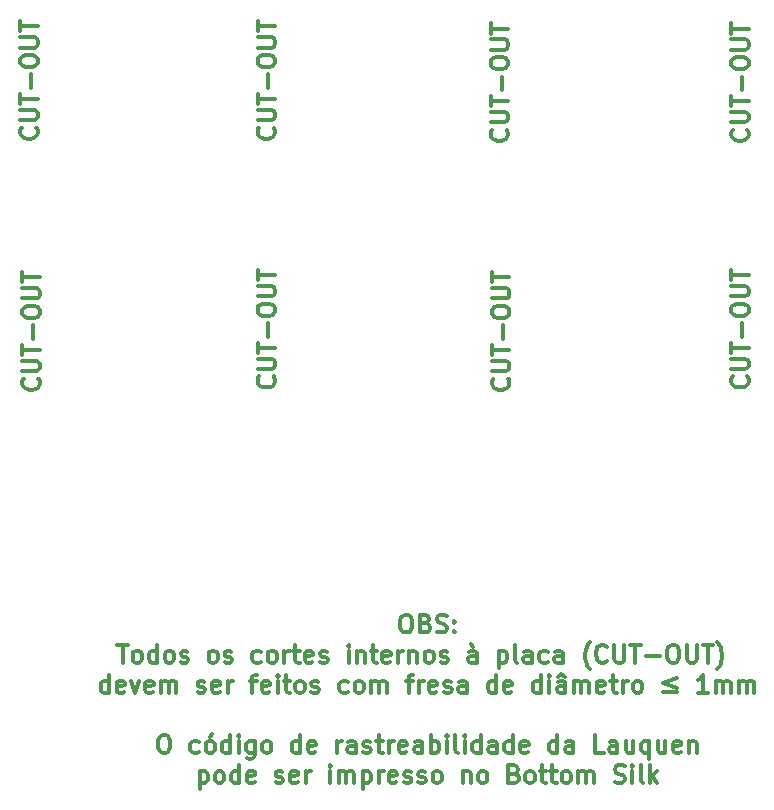
<source format=gbr>
G04 #@! TF.FileFunction,Legend,Bot*
%FSLAX46Y46*%
G04 Gerber Fmt 4.6, Leading zero omitted, Abs format (unit mm)*
G04 Created by KiCad (PCBNEW 4.0.4+e1-6308~48~ubuntu15.10.1-stable) date Thu Jan 25 11:02:50 2018*
%MOMM*%
%LPD*%
G01*
G04 APERTURE LIST*
%ADD10C,0.100000*%
%ADD11C,0.300000*%
G04 APERTURE END LIST*
D10*
D11*
X198329954Y-123349411D02*
X198615668Y-123349411D01*
X198758526Y-123420840D01*
X198901383Y-123563697D01*
X198972811Y-123849411D01*
X198972811Y-124349411D01*
X198901383Y-124635126D01*
X198758526Y-124777983D01*
X198615668Y-124849411D01*
X198329954Y-124849411D01*
X198187097Y-124777983D01*
X198044240Y-124635126D01*
X197972811Y-124349411D01*
X197972811Y-123849411D01*
X198044240Y-123563697D01*
X198187097Y-123420840D01*
X198329954Y-123349411D01*
X200115669Y-124063697D02*
X200329955Y-124135126D01*
X200401383Y-124206554D01*
X200472812Y-124349411D01*
X200472812Y-124563697D01*
X200401383Y-124706554D01*
X200329955Y-124777983D01*
X200187097Y-124849411D01*
X199615669Y-124849411D01*
X199615669Y-123349411D01*
X200115669Y-123349411D01*
X200258526Y-123420840D01*
X200329955Y-123492269D01*
X200401383Y-123635126D01*
X200401383Y-123777983D01*
X200329955Y-123920840D01*
X200258526Y-123992269D01*
X200115669Y-124063697D01*
X199615669Y-124063697D01*
X201044240Y-124777983D02*
X201258526Y-124849411D01*
X201615669Y-124849411D01*
X201758526Y-124777983D01*
X201829955Y-124706554D01*
X201901383Y-124563697D01*
X201901383Y-124420840D01*
X201829955Y-124277983D01*
X201758526Y-124206554D01*
X201615669Y-124135126D01*
X201329955Y-124063697D01*
X201187097Y-123992269D01*
X201115669Y-123920840D01*
X201044240Y-123777983D01*
X201044240Y-123635126D01*
X201115669Y-123492269D01*
X201187097Y-123420840D01*
X201329955Y-123349411D01*
X201687097Y-123349411D01*
X201901383Y-123420840D01*
X202544240Y-124706554D02*
X202615668Y-124777983D01*
X202544240Y-124849411D01*
X202472811Y-124777983D01*
X202544240Y-124706554D01*
X202544240Y-124849411D01*
X202544240Y-123920840D02*
X202615668Y-123992269D01*
X202544240Y-124063697D01*
X202472811Y-123992269D01*
X202544240Y-123920840D01*
X202544240Y-124063697D01*
X174008525Y-125899411D02*
X174865668Y-125899411D01*
X174437097Y-127399411D02*
X174437097Y-125899411D01*
X175579954Y-127399411D02*
X175437096Y-127327983D01*
X175365668Y-127256554D01*
X175294239Y-127113697D01*
X175294239Y-126685126D01*
X175365668Y-126542269D01*
X175437096Y-126470840D01*
X175579954Y-126399411D01*
X175794239Y-126399411D01*
X175937096Y-126470840D01*
X176008525Y-126542269D01*
X176079954Y-126685126D01*
X176079954Y-127113697D01*
X176008525Y-127256554D01*
X175937096Y-127327983D01*
X175794239Y-127399411D01*
X175579954Y-127399411D01*
X177365668Y-127399411D02*
X177365668Y-125899411D01*
X177365668Y-127327983D02*
X177222811Y-127399411D01*
X176937097Y-127399411D01*
X176794239Y-127327983D01*
X176722811Y-127256554D01*
X176651382Y-127113697D01*
X176651382Y-126685126D01*
X176722811Y-126542269D01*
X176794239Y-126470840D01*
X176937097Y-126399411D01*
X177222811Y-126399411D01*
X177365668Y-126470840D01*
X178294240Y-127399411D02*
X178151382Y-127327983D01*
X178079954Y-127256554D01*
X178008525Y-127113697D01*
X178008525Y-126685126D01*
X178079954Y-126542269D01*
X178151382Y-126470840D01*
X178294240Y-126399411D01*
X178508525Y-126399411D01*
X178651382Y-126470840D01*
X178722811Y-126542269D01*
X178794240Y-126685126D01*
X178794240Y-127113697D01*
X178722811Y-127256554D01*
X178651382Y-127327983D01*
X178508525Y-127399411D01*
X178294240Y-127399411D01*
X179365668Y-127327983D02*
X179508525Y-127399411D01*
X179794240Y-127399411D01*
X179937097Y-127327983D01*
X180008525Y-127185126D01*
X180008525Y-127113697D01*
X179937097Y-126970840D01*
X179794240Y-126899411D01*
X179579954Y-126899411D01*
X179437097Y-126827983D01*
X179365668Y-126685126D01*
X179365668Y-126613697D01*
X179437097Y-126470840D01*
X179579954Y-126399411D01*
X179794240Y-126399411D01*
X179937097Y-126470840D01*
X182008526Y-127399411D02*
X181865668Y-127327983D01*
X181794240Y-127256554D01*
X181722811Y-127113697D01*
X181722811Y-126685126D01*
X181794240Y-126542269D01*
X181865668Y-126470840D01*
X182008526Y-126399411D01*
X182222811Y-126399411D01*
X182365668Y-126470840D01*
X182437097Y-126542269D01*
X182508526Y-126685126D01*
X182508526Y-127113697D01*
X182437097Y-127256554D01*
X182365668Y-127327983D01*
X182222811Y-127399411D01*
X182008526Y-127399411D01*
X183079954Y-127327983D02*
X183222811Y-127399411D01*
X183508526Y-127399411D01*
X183651383Y-127327983D01*
X183722811Y-127185126D01*
X183722811Y-127113697D01*
X183651383Y-126970840D01*
X183508526Y-126899411D01*
X183294240Y-126899411D01*
X183151383Y-126827983D01*
X183079954Y-126685126D01*
X183079954Y-126613697D01*
X183151383Y-126470840D01*
X183294240Y-126399411D01*
X183508526Y-126399411D01*
X183651383Y-126470840D01*
X186151383Y-127327983D02*
X186008526Y-127399411D01*
X185722812Y-127399411D01*
X185579954Y-127327983D01*
X185508526Y-127256554D01*
X185437097Y-127113697D01*
X185437097Y-126685126D01*
X185508526Y-126542269D01*
X185579954Y-126470840D01*
X185722812Y-126399411D01*
X186008526Y-126399411D01*
X186151383Y-126470840D01*
X187008526Y-127399411D02*
X186865668Y-127327983D01*
X186794240Y-127256554D01*
X186722811Y-127113697D01*
X186722811Y-126685126D01*
X186794240Y-126542269D01*
X186865668Y-126470840D01*
X187008526Y-126399411D01*
X187222811Y-126399411D01*
X187365668Y-126470840D01*
X187437097Y-126542269D01*
X187508526Y-126685126D01*
X187508526Y-127113697D01*
X187437097Y-127256554D01*
X187365668Y-127327983D01*
X187222811Y-127399411D01*
X187008526Y-127399411D01*
X188151383Y-127399411D02*
X188151383Y-126399411D01*
X188151383Y-126685126D02*
X188222811Y-126542269D01*
X188294240Y-126470840D01*
X188437097Y-126399411D01*
X188579954Y-126399411D01*
X188865668Y-126399411D02*
X189437097Y-126399411D01*
X189079954Y-125899411D02*
X189079954Y-127185126D01*
X189151382Y-127327983D01*
X189294240Y-127399411D01*
X189437097Y-127399411D01*
X190508525Y-127327983D02*
X190365668Y-127399411D01*
X190079954Y-127399411D01*
X189937097Y-127327983D01*
X189865668Y-127185126D01*
X189865668Y-126613697D01*
X189937097Y-126470840D01*
X190079954Y-126399411D01*
X190365668Y-126399411D01*
X190508525Y-126470840D01*
X190579954Y-126613697D01*
X190579954Y-126756554D01*
X189865668Y-126899411D01*
X191151382Y-127327983D02*
X191294239Y-127399411D01*
X191579954Y-127399411D01*
X191722811Y-127327983D01*
X191794239Y-127185126D01*
X191794239Y-127113697D01*
X191722811Y-126970840D01*
X191579954Y-126899411D01*
X191365668Y-126899411D01*
X191222811Y-126827983D01*
X191151382Y-126685126D01*
X191151382Y-126613697D01*
X191222811Y-126470840D01*
X191365668Y-126399411D01*
X191579954Y-126399411D01*
X191722811Y-126470840D01*
X193579954Y-127399411D02*
X193579954Y-126399411D01*
X193579954Y-125899411D02*
X193508525Y-125970840D01*
X193579954Y-126042269D01*
X193651382Y-125970840D01*
X193579954Y-125899411D01*
X193579954Y-126042269D01*
X194294240Y-126399411D02*
X194294240Y-127399411D01*
X194294240Y-126542269D02*
X194365668Y-126470840D01*
X194508526Y-126399411D01*
X194722811Y-126399411D01*
X194865668Y-126470840D01*
X194937097Y-126613697D01*
X194937097Y-127399411D01*
X195437097Y-126399411D02*
X196008526Y-126399411D01*
X195651383Y-125899411D02*
X195651383Y-127185126D01*
X195722811Y-127327983D01*
X195865669Y-127399411D01*
X196008526Y-127399411D01*
X197079954Y-127327983D02*
X196937097Y-127399411D01*
X196651383Y-127399411D01*
X196508526Y-127327983D01*
X196437097Y-127185126D01*
X196437097Y-126613697D01*
X196508526Y-126470840D01*
X196651383Y-126399411D01*
X196937097Y-126399411D01*
X197079954Y-126470840D01*
X197151383Y-126613697D01*
X197151383Y-126756554D01*
X196437097Y-126899411D01*
X197794240Y-127399411D02*
X197794240Y-126399411D01*
X197794240Y-126685126D02*
X197865668Y-126542269D01*
X197937097Y-126470840D01*
X198079954Y-126399411D01*
X198222811Y-126399411D01*
X198722811Y-126399411D02*
X198722811Y-127399411D01*
X198722811Y-126542269D02*
X198794239Y-126470840D01*
X198937097Y-126399411D01*
X199151382Y-126399411D01*
X199294239Y-126470840D01*
X199365668Y-126613697D01*
X199365668Y-127399411D01*
X200294240Y-127399411D02*
X200151382Y-127327983D01*
X200079954Y-127256554D01*
X200008525Y-127113697D01*
X200008525Y-126685126D01*
X200079954Y-126542269D01*
X200151382Y-126470840D01*
X200294240Y-126399411D01*
X200508525Y-126399411D01*
X200651382Y-126470840D01*
X200722811Y-126542269D01*
X200794240Y-126685126D01*
X200794240Y-127113697D01*
X200722811Y-127256554D01*
X200651382Y-127327983D01*
X200508525Y-127399411D01*
X200294240Y-127399411D01*
X201365668Y-127327983D02*
X201508525Y-127399411D01*
X201794240Y-127399411D01*
X201937097Y-127327983D01*
X202008525Y-127185126D01*
X202008525Y-127113697D01*
X201937097Y-126970840D01*
X201794240Y-126899411D01*
X201579954Y-126899411D01*
X201437097Y-126827983D01*
X201365668Y-126685126D01*
X201365668Y-126613697D01*
X201437097Y-126470840D01*
X201579954Y-126399411D01*
X201794240Y-126399411D01*
X201937097Y-126470840D01*
X204437097Y-127399411D02*
X204437097Y-126613697D01*
X204365668Y-126470840D01*
X204222811Y-126399411D01*
X203937097Y-126399411D01*
X203794240Y-126470840D01*
X204437097Y-127327983D02*
X204294240Y-127399411D01*
X203937097Y-127399411D01*
X203794240Y-127327983D01*
X203722811Y-127185126D01*
X203722811Y-127042269D01*
X203794240Y-126899411D01*
X203937097Y-126827983D01*
X204294240Y-126827983D01*
X204437097Y-126756554D01*
X203937097Y-125827983D02*
X204151383Y-126042269D01*
X206294240Y-126399411D02*
X206294240Y-127899411D01*
X206294240Y-126470840D02*
X206437097Y-126399411D01*
X206722811Y-126399411D01*
X206865668Y-126470840D01*
X206937097Y-126542269D01*
X207008526Y-126685126D01*
X207008526Y-127113697D01*
X206937097Y-127256554D01*
X206865668Y-127327983D01*
X206722811Y-127399411D01*
X206437097Y-127399411D01*
X206294240Y-127327983D01*
X207865669Y-127399411D02*
X207722811Y-127327983D01*
X207651383Y-127185126D01*
X207651383Y-125899411D01*
X209079954Y-127399411D02*
X209079954Y-126613697D01*
X209008525Y-126470840D01*
X208865668Y-126399411D01*
X208579954Y-126399411D01*
X208437097Y-126470840D01*
X209079954Y-127327983D02*
X208937097Y-127399411D01*
X208579954Y-127399411D01*
X208437097Y-127327983D01*
X208365668Y-127185126D01*
X208365668Y-127042269D01*
X208437097Y-126899411D01*
X208579954Y-126827983D01*
X208937097Y-126827983D01*
X209079954Y-126756554D01*
X210437097Y-127327983D02*
X210294240Y-127399411D01*
X210008526Y-127399411D01*
X209865668Y-127327983D01*
X209794240Y-127256554D01*
X209722811Y-127113697D01*
X209722811Y-126685126D01*
X209794240Y-126542269D01*
X209865668Y-126470840D01*
X210008526Y-126399411D01*
X210294240Y-126399411D01*
X210437097Y-126470840D01*
X211722811Y-127399411D02*
X211722811Y-126613697D01*
X211651382Y-126470840D01*
X211508525Y-126399411D01*
X211222811Y-126399411D01*
X211079954Y-126470840D01*
X211722811Y-127327983D02*
X211579954Y-127399411D01*
X211222811Y-127399411D01*
X211079954Y-127327983D01*
X211008525Y-127185126D01*
X211008525Y-127042269D01*
X211079954Y-126899411D01*
X211222811Y-126827983D01*
X211579954Y-126827983D01*
X211722811Y-126756554D01*
X214008525Y-127970840D02*
X213937097Y-127899411D01*
X213794240Y-127685126D01*
X213722811Y-127542269D01*
X213651382Y-127327983D01*
X213579954Y-126970840D01*
X213579954Y-126685126D01*
X213651382Y-126327983D01*
X213722811Y-126113697D01*
X213794240Y-125970840D01*
X213937097Y-125756554D01*
X214008525Y-125685126D01*
X215437097Y-127256554D02*
X215365668Y-127327983D01*
X215151382Y-127399411D01*
X215008525Y-127399411D01*
X214794240Y-127327983D01*
X214651382Y-127185126D01*
X214579954Y-127042269D01*
X214508525Y-126756554D01*
X214508525Y-126542269D01*
X214579954Y-126256554D01*
X214651382Y-126113697D01*
X214794240Y-125970840D01*
X215008525Y-125899411D01*
X215151382Y-125899411D01*
X215365668Y-125970840D01*
X215437097Y-126042269D01*
X216079954Y-125899411D02*
X216079954Y-127113697D01*
X216151382Y-127256554D01*
X216222811Y-127327983D01*
X216365668Y-127399411D01*
X216651382Y-127399411D01*
X216794240Y-127327983D01*
X216865668Y-127256554D01*
X216937097Y-127113697D01*
X216937097Y-125899411D01*
X217437097Y-125899411D02*
X218294240Y-125899411D01*
X217865669Y-127399411D02*
X217865669Y-125899411D01*
X218794240Y-126827983D02*
X219937097Y-126827983D01*
X220937097Y-125899411D02*
X221222811Y-125899411D01*
X221365669Y-125970840D01*
X221508526Y-126113697D01*
X221579954Y-126399411D01*
X221579954Y-126899411D01*
X221508526Y-127185126D01*
X221365669Y-127327983D01*
X221222811Y-127399411D01*
X220937097Y-127399411D01*
X220794240Y-127327983D01*
X220651383Y-127185126D01*
X220579954Y-126899411D01*
X220579954Y-126399411D01*
X220651383Y-126113697D01*
X220794240Y-125970840D01*
X220937097Y-125899411D01*
X222222812Y-125899411D02*
X222222812Y-127113697D01*
X222294240Y-127256554D01*
X222365669Y-127327983D01*
X222508526Y-127399411D01*
X222794240Y-127399411D01*
X222937098Y-127327983D01*
X223008526Y-127256554D01*
X223079955Y-127113697D01*
X223079955Y-125899411D01*
X223579955Y-125899411D02*
X224437098Y-125899411D01*
X224008527Y-127399411D02*
X224008527Y-125899411D01*
X224794241Y-127970840D02*
X224865669Y-127899411D01*
X225008526Y-127685126D01*
X225079955Y-127542269D01*
X225151384Y-127327983D01*
X225222812Y-126970840D01*
X225222812Y-126685126D01*
X225151384Y-126327983D01*
X225079955Y-126113697D01*
X225008526Y-125970840D01*
X224865669Y-125756554D01*
X224794241Y-125685126D01*
X173294241Y-129949411D02*
X173294241Y-128449411D01*
X173294241Y-129877983D02*
X173151384Y-129949411D01*
X172865670Y-129949411D01*
X172722812Y-129877983D01*
X172651384Y-129806554D01*
X172579955Y-129663697D01*
X172579955Y-129235126D01*
X172651384Y-129092269D01*
X172722812Y-129020840D01*
X172865670Y-128949411D01*
X173151384Y-128949411D01*
X173294241Y-129020840D01*
X174579955Y-129877983D02*
X174437098Y-129949411D01*
X174151384Y-129949411D01*
X174008527Y-129877983D01*
X173937098Y-129735126D01*
X173937098Y-129163697D01*
X174008527Y-129020840D01*
X174151384Y-128949411D01*
X174437098Y-128949411D01*
X174579955Y-129020840D01*
X174651384Y-129163697D01*
X174651384Y-129306554D01*
X173937098Y-129449411D01*
X175151384Y-128949411D02*
X175508527Y-129949411D01*
X175865669Y-128949411D01*
X177008526Y-129877983D02*
X176865669Y-129949411D01*
X176579955Y-129949411D01*
X176437098Y-129877983D01*
X176365669Y-129735126D01*
X176365669Y-129163697D01*
X176437098Y-129020840D01*
X176579955Y-128949411D01*
X176865669Y-128949411D01*
X177008526Y-129020840D01*
X177079955Y-129163697D01*
X177079955Y-129306554D01*
X176365669Y-129449411D01*
X177722812Y-129949411D02*
X177722812Y-128949411D01*
X177722812Y-129092269D02*
X177794240Y-129020840D01*
X177937098Y-128949411D01*
X178151383Y-128949411D01*
X178294240Y-129020840D01*
X178365669Y-129163697D01*
X178365669Y-129949411D01*
X178365669Y-129163697D02*
X178437098Y-129020840D01*
X178579955Y-128949411D01*
X178794240Y-128949411D01*
X178937098Y-129020840D01*
X179008526Y-129163697D01*
X179008526Y-129949411D01*
X180794240Y-129877983D02*
X180937097Y-129949411D01*
X181222812Y-129949411D01*
X181365669Y-129877983D01*
X181437097Y-129735126D01*
X181437097Y-129663697D01*
X181365669Y-129520840D01*
X181222812Y-129449411D01*
X181008526Y-129449411D01*
X180865669Y-129377983D01*
X180794240Y-129235126D01*
X180794240Y-129163697D01*
X180865669Y-129020840D01*
X181008526Y-128949411D01*
X181222812Y-128949411D01*
X181365669Y-129020840D01*
X182651383Y-129877983D02*
X182508526Y-129949411D01*
X182222812Y-129949411D01*
X182079955Y-129877983D01*
X182008526Y-129735126D01*
X182008526Y-129163697D01*
X182079955Y-129020840D01*
X182222812Y-128949411D01*
X182508526Y-128949411D01*
X182651383Y-129020840D01*
X182722812Y-129163697D01*
X182722812Y-129306554D01*
X182008526Y-129449411D01*
X183365669Y-129949411D02*
X183365669Y-128949411D01*
X183365669Y-129235126D02*
X183437097Y-129092269D01*
X183508526Y-129020840D01*
X183651383Y-128949411D01*
X183794240Y-128949411D01*
X185222811Y-128949411D02*
X185794240Y-128949411D01*
X185437097Y-129949411D02*
X185437097Y-128663697D01*
X185508525Y-128520840D01*
X185651383Y-128449411D01*
X185794240Y-128449411D01*
X186865668Y-129877983D02*
X186722811Y-129949411D01*
X186437097Y-129949411D01*
X186294240Y-129877983D01*
X186222811Y-129735126D01*
X186222811Y-129163697D01*
X186294240Y-129020840D01*
X186437097Y-128949411D01*
X186722811Y-128949411D01*
X186865668Y-129020840D01*
X186937097Y-129163697D01*
X186937097Y-129306554D01*
X186222811Y-129449411D01*
X187579954Y-129949411D02*
X187579954Y-128949411D01*
X187579954Y-128449411D02*
X187508525Y-128520840D01*
X187579954Y-128592269D01*
X187651382Y-128520840D01*
X187579954Y-128449411D01*
X187579954Y-128592269D01*
X188079954Y-128949411D02*
X188651383Y-128949411D01*
X188294240Y-128449411D02*
X188294240Y-129735126D01*
X188365668Y-129877983D01*
X188508526Y-129949411D01*
X188651383Y-129949411D01*
X189365669Y-129949411D02*
X189222811Y-129877983D01*
X189151383Y-129806554D01*
X189079954Y-129663697D01*
X189079954Y-129235126D01*
X189151383Y-129092269D01*
X189222811Y-129020840D01*
X189365669Y-128949411D01*
X189579954Y-128949411D01*
X189722811Y-129020840D01*
X189794240Y-129092269D01*
X189865669Y-129235126D01*
X189865669Y-129663697D01*
X189794240Y-129806554D01*
X189722811Y-129877983D01*
X189579954Y-129949411D01*
X189365669Y-129949411D01*
X190437097Y-129877983D02*
X190579954Y-129949411D01*
X190865669Y-129949411D01*
X191008526Y-129877983D01*
X191079954Y-129735126D01*
X191079954Y-129663697D01*
X191008526Y-129520840D01*
X190865669Y-129449411D01*
X190651383Y-129449411D01*
X190508526Y-129377983D01*
X190437097Y-129235126D01*
X190437097Y-129163697D01*
X190508526Y-129020840D01*
X190651383Y-128949411D01*
X190865669Y-128949411D01*
X191008526Y-129020840D01*
X193508526Y-129877983D02*
X193365669Y-129949411D01*
X193079955Y-129949411D01*
X192937097Y-129877983D01*
X192865669Y-129806554D01*
X192794240Y-129663697D01*
X192794240Y-129235126D01*
X192865669Y-129092269D01*
X192937097Y-129020840D01*
X193079955Y-128949411D01*
X193365669Y-128949411D01*
X193508526Y-129020840D01*
X194365669Y-129949411D02*
X194222811Y-129877983D01*
X194151383Y-129806554D01*
X194079954Y-129663697D01*
X194079954Y-129235126D01*
X194151383Y-129092269D01*
X194222811Y-129020840D01*
X194365669Y-128949411D01*
X194579954Y-128949411D01*
X194722811Y-129020840D01*
X194794240Y-129092269D01*
X194865669Y-129235126D01*
X194865669Y-129663697D01*
X194794240Y-129806554D01*
X194722811Y-129877983D01*
X194579954Y-129949411D01*
X194365669Y-129949411D01*
X195508526Y-129949411D02*
X195508526Y-128949411D01*
X195508526Y-129092269D02*
X195579954Y-129020840D01*
X195722812Y-128949411D01*
X195937097Y-128949411D01*
X196079954Y-129020840D01*
X196151383Y-129163697D01*
X196151383Y-129949411D01*
X196151383Y-129163697D02*
X196222812Y-129020840D01*
X196365669Y-128949411D01*
X196579954Y-128949411D01*
X196722812Y-129020840D01*
X196794240Y-129163697D01*
X196794240Y-129949411D01*
X198437097Y-128949411D02*
X199008526Y-128949411D01*
X198651383Y-129949411D02*
X198651383Y-128663697D01*
X198722811Y-128520840D01*
X198865669Y-128449411D01*
X199008526Y-128449411D01*
X199508526Y-129949411D02*
X199508526Y-128949411D01*
X199508526Y-129235126D02*
X199579954Y-129092269D01*
X199651383Y-129020840D01*
X199794240Y-128949411D01*
X199937097Y-128949411D01*
X201008525Y-129877983D02*
X200865668Y-129949411D01*
X200579954Y-129949411D01*
X200437097Y-129877983D01*
X200365668Y-129735126D01*
X200365668Y-129163697D01*
X200437097Y-129020840D01*
X200579954Y-128949411D01*
X200865668Y-128949411D01*
X201008525Y-129020840D01*
X201079954Y-129163697D01*
X201079954Y-129306554D01*
X200365668Y-129449411D01*
X201651382Y-129877983D02*
X201794239Y-129949411D01*
X202079954Y-129949411D01*
X202222811Y-129877983D01*
X202294239Y-129735126D01*
X202294239Y-129663697D01*
X202222811Y-129520840D01*
X202079954Y-129449411D01*
X201865668Y-129449411D01*
X201722811Y-129377983D01*
X201651382Y-129235126D01*
X201651382Y-129163697D01*
X201722811Y-129020840D01*
X201865668Y-128949411D01*
X202079954Y-128949411D01*
X202222811Y-129020840D01*
X203579954Y-129949411D02*
X203579954Y-129163697D01*
X203508525Y-129020840D01*
X203365668Y-128949411D01*
X203079954Y-128949411D01*
X202937097Y-129020840D01*
X203579954Y-129877983D02*
X203437097Y-129949411D01*
X203079954Y-129949411D01*
X202937097Y-129877983D01*
X202865668Y-129735126D01*
X202865668Y-129592269D01*
X202937097Y-129449411D01*
X203079954Y-129377983D01*
X203437097Y-129377983D01*
X203579954Y-129306554D01*
X206079954Y-129949411D02*
X206079954Y-128449411D01*
X206079954Y-129877983D02*
X205937097Y-129949411D01*
X205651383Y-129949411D01*
X205508525Y-129877983D01*
X205437097Y-129806554D01*
X205365668Y-129663697D01*
X205365668Y-129235126D01*
X205437097Y-129092269D01*
X205508525Y-129020840D01*
X205651383Y-128949411D01*
X205937097Y-128949411D01*
X206079954Y-129020840D01*
X207365668Y-129877983D02*
X207222811Y-129949411D01*
X206937097Y-129949411D01*
X206794240Y-129877983D01*
X206722811Y-129735126D01*
X206722811Y-129163697D01*
X206794240Y-129020840D01*
X206937097Y-128949411D01*
X207222811Y-128949411D01*
X207365668Y-129020840D01*
X207437097Y-129163697D01*
X207437097Y-129306554D01*
X206722811Y-129449411D01*
X209865668Y-129949411D02*
X209865668Y-128449411D01*
X209865668Y-129877983D02*
X209722811Y-129949411D01*
X209437097Y-129949411D01*
X209294239Y-129877983D01*
X209222811Y-129806554D01*
X209151382Y-129663697D01*
X209151382Y-129235126D01*
X209222811Y-129092269D01*
X209294239Y-129020840D01*
X209437097Y-128949411D01*
X209722811Y-128949411D01*
X209865668Y-129020840D01*
X210579954Y-129949411D02*
X210579954Y-128949411D01*
X210579954Y-128449411D02*
X210508525Y-128520840D01*
X210579954Y-128592269D01*
X210651382Y-128520840D01*
X210579954Y-128449411D01*
X210579954Y-128592269D01*
X211937097Y-129949411D02*
X211937097Y-129163697D01*
X211865668Y-129020840D01*
X211722811Y-128949411D01*
X211437097Y-128949411D01*
X211294240Y-129020840D01*
X211937097Y-129877983D02*
X211794240Y-129949411D01*
X211437097Y-129949411D01*
X211294240Y-129877983D01*
X211222811Y-129735126D01*
X211222811Y-129592269D01*
X211294240Y-129449411D01*
X211437097Y-129377983D01*
X211794240Y-129377983D01*
X211937097Y-129306554D01*
X211294240Y-128592269D02*
X211579954Y-128377983D01*
X211865668Y-128592269D01*
X212651383Y-129949411D02*
X212651383Y-128949411D01*
X212651383Y-129092269D02*
X212722811Y-129020840D01*
X212865669Y-128949411D01*
X213079954Y-128949411D01*
X213222811Y-129020840D01*
X213294240Y-129163697D01*
X213294240Y-129949411D01*
X213294240Y-129163697D02*
X213365669Y-129020840D01*
X213508526Y-128949411D01*
X213722811Y-128949411D01*
X213865669Y-129020840D01*
X213937097Y-129163697D01*
X213937097Y-129949411D01*
X215222811Y-129877983D02*
X215079954Y-129949411D01*
X214794240Y-129949411D01*
X214651383Y-129877983D01*
X214579954Y-129735126D01*
X214579954Y-129163697D01*
X214651383Y-129020840D01*
X214794240Y-128949411D01*
X215079954Y-128949411D01*
X215222811Y-129020840D01*
X215294240Y-129163697D01*
X215294240Y-129306554D01*
X214579954Y-129449411D01*
X215722811Y-128949411D02*
X216294240Y-128949411D01*
X215937097Y-128449411D02*
X215937097Y-129735126D01*
X216008525Y-129877983D01*
X216151383Y-129949411D01*
X216294240Y-129949411D01*
X216794240Y-129949411D02*
X216794240Y-128949411D01*
X216794240Y-129235126D02*
X216865668Y-129092269D01*
X216937097Y-129020840D01*
X217079954Y-128949411D01*
X217222811Y-128949411D01*
X217937097Y-129949411D02*
X217794239Y-129877983D01*
X217722811Y-129806554D01*
X217651382Y-129663697D01*
X217651382Y-129235126D01*
X217722811Y-129092269D01*
X217794239Y-129020840D01*
X217937097Y-128949411D01*
X218151382Y-128949411D01*
X218294239Y-129020840D01*
X218365668Y-129092269D01*
X218437097Y-129235126D01*
X218437097Y-129663697D01*
X218365668Y-129806554D01*
X218294239Y-129877983D01*
X218151382Y-129949411D01*
X217937097Y-129949411D01*
X221365668Y-129877983D02*
X220222811Y-129877983D01*
X221365668Y-129592269D02*
X220222811Y-129163697D01*
X221365668Y-128735126D01*
X224008525Y-129949411D02*
X223151382Y-129949411D01*
X223579954Y-129949411D02*
X223579954Y-128449411D01*
X223437097Y-128663697D01*
X223294239Y-128806554D01*
X223151382Y-128877983D01*
X224651382Y-129949411D02*
X224651382Y-128949411D01*
X224651382Y-129092269D02*
X224722810Y-129020840D01*
X224865668Y-128949411D01*
X225079953Y-128949411D01*
X225222810Y-129020840D01*
X225294239Y-129163697D01*
X225294239Y-129949411D01*
X225294239Y-129163697D02*
X225365668Y-129020840D01*
X225508525Y-128949411D01*
X225722810Y-128949411D01*
X225865668Y-129020840D01*
X225937096Y-129163697D01*
X225937096Y-129949411D01*
X226651382Y-129949411D02*
X226651382Y-128949411D01*
X226651382Y-129092269D02*
X226722810Y-129020840D01*
X226865668Y-128949411D01*
X227079953Y-128949411D01*
X227222810Y-129020840D01*
X227294239Y-129163697D01*
X227294239Y-129949411D01*
X227294239Y-129163697D02*
X227365668Y-129020840D01*
X227508525Y-128949411D01*
X227722810Y-128949411D01*
X227865668Y-129020840D01*
X227937096Y-129163697D01*
X227937096Y-129949411D01*
X177829954Y-133549411D02*
X178115668Y-133549411D01*
X178258526Y-133620840D01*
X178401383Y-133763697D01*
X178472811Y-134049411D01*
X178472811Y-134549411D01*
X178401383Y-134835126D01*
X178258526Y-134977983D01*
X178115668Y-135049411D01*
X177829954Y-135049411D01*
X177687097Y-134977983D01*
X177544240Y-134835126D01*
X177472811Y-134549411D01*
X177472811Y-134049411D01*
X177544240Y-133763697D01*
X177687097Y-133620840D01*
X177829954Y-133549411D01*
X180901383Y-134977983D02*
X180758526Y-135049411D01*
X180472812Y-135049411D01*
X180329954Y-134977983D01*
X180258526Y-134906554D01*
X180187097Y-134763697D01*
X180187097Y-134335126D01*
X180258526Y-134192269D01*
X180329954Y-134120840D01*
X180472812Y-134049411D01*
X180758526Y-134049411D01*
X180901383Y-134120840D01*
X181758526Y-135049411D02*
X181615668Y-134977983D01*
X181544240Y-134906554D01*
X181472811Y-134763697D01*
X181472811Y-134335126D01*
X181544240Y-134192269D01*
X181615668Y-134120840D01*
X181758526Y-134049411D01*
X181972811Y-134049411D01*
X182115668Y-134120840D01*
X182187097Y-134192269D01*
X182258526Y-134335126D01*
X182258526Y-134763697D01*
X182187097Y-134906554D01*
X182115668Y-134977983D01*
X181972811Y-135049411D01*
X181758526Y-135049411D01*
X182044240Y-133477983D02*
X181829954Y-133692269D01*
X183544240Y-135049411D02*
X183544240Y-133549411D01*
X183544240Y-134977983D02*
X183401383Y-135049411D01*
X183115669Y-135049411D01*
X182972811Y-134977983D01*
X182901383Y-134906554D01*
X182829954Y-134763697D01*
X182829954Y-134335126D01*
X182901383Y-134192269D01*
X182972811Y-134120840D01*
X183115669Y-134049411D01*
X183401383Y-134049411D01*
X183544240Y-134120840D01*
X184258526Y-135049411D02*
X184258526Y-134049411D01*
X184258526Y-133549411D02*
X184187097Y-133620840D01*
X184258526Y-133692269D01*
X184329954Y-133620840D01*
X184258526Y-133549411D01*
X184258526Y-133692269D01*
X185615669Y-134049411D02*
X185615669Y-135263697D01*
X185544240Y-135406554D01*
X185472812Y-135477983D01*
X185329955Y-135549411D01*
X185115669Y-135549411D01*
X184972812Y-135477983D01*
X185615669Y-134977983D02*
X185472812Y-135049411D01*
X185187098Y-135049411D01*
X185044240Y-134977983D01*
X184972812Y-134906554D01*
X184901383Y-134763697D01*
X184901383Y-134335126D01*
X184972812Y-134192269D01*
X185044240Y-134120840D01*
X185187098Y-134049411D01*
X185472812Y-134049411D01*
X185615669Y-134120840D01*
X186544241Y-135049411D02*
X186401383Y-134977983D01*
X186329955Y-134906554D01*
X186258526Y-134763697D01*
X186258526Y-134335126D01*
X186329955Y-134192269D01*
X186401383Y-134120840D01*
X186544241Y-134049411D01*
X186758526Y-134049411D01*
X186901383Y-134120840D01*
X186972812Y-134192269D01*
X187044241Y-134335126D01*
X187044241Y-134763697D01*
X186972812Y-134906554D01*
X186901383Y-134977983D01*
X186758526Y-135049411D01*
X186544241Y-135049411D01*
X189472812Y-135049411D02*
X189472812Y-133549411D01*
X189472812Y-134977983D02*
X189329955Y-135049411D01*
X189044241Y-135049411D01*
X188901383Y-134977983D01*
X188829955Y-134906554D01*
X188758526Y-134763697D01*
X188758526Y-134335126D01*
X188829955Y-134192269D01*
X188901383Y-134120840D01*
X189044241Y-134049411D01*
X189329955Y-134049411D01*
X189472812Y-134120840D01*
X190758526Y-134977983D02*
X190615669Y-135049411D01*
X190329955Y-135049411D01*
X190187098Y-134977983D01*
X190115669Y-134835126D01*
X190115669Y-134263697D01*
X190187098Y-134120840D01*
X190329955Y-134049411D01*
X190615669Y-134049411D01*
X190758526Y-134120840D01*
X190829955Y-134263697D01*
X190829955Y-134406554D01*
X190115669Y-134549411D01*
X192615669Y-135049411D02*
X192615669Y-134049411D01*
X192615669Y-134335126D02*
X192687097Y-134192269D01*
X192758526Y-134120840D01*
X192901383Y-134049411D01*
X193044240Y-134049411D01*
X194187097Y-135049411D02*
X194187097Y-134263697D01*
X194115668Y-134120840D01*
X193972811Y-134049411D01*
X193687097Y-134049411D01*
X193544240Y-134120840D01*
X194187097Y-134977983D02*
X194044240Y-135049411D01*
X193687097Y-135049411D01*
X193544240Y-134977983D01*
X193472811Y-134835126D01*
X193472811Y-134692269D01*
X193544240Y-134549411D01*
X193687097Y-134477983D01*
X194044240Y-134477983D01*
X194187097Y-134406554D01*
X194829954Y-134977983D02*
X194972811Y-135049411D01*
X195258526Y-135049411D01*
X195401383Y-134977983D01*
X195472811Y-134835126D01*
X195472811Y-134763697D01*
X195401383Y-134620840D01*
X195258526Y-134549411D01*
X195044240Y-134549411D01*
X194901383Y-134477983D01*
X194829954Y-134335126D01*
X194829954Y-134263697D01*
X194901383Y-134120840D01*
X195044240Y-134049411D01*
X195258526Y-134049411D01*
X195401383Y-134120840D01*
X195901383Y-134049411D02*
X196472812Y-134049411D01*
X196115669Y-133549411D02*
X196115669Y-134835126D01*
X196187097Y-134977983D01*
X196329955Y-135049411D01*
X196472812Y-135049411D01*
X196972812Y-135049411D02*
X196972812Y-134049411D01*
X196972812Y-134335126D02*
X197044240Y-134192269D01*
X197115669Y-134120840D01*
X197258526Y-134049411D01*
X197401383Y-134049411D01*
X198472811Y-134977983D02*
X198329954Y-135049411D01*
X198044240Y-135049411D01*
X197901383Y-134977983D01*
X197829954Y-134835126D01*
X197829954Y-134263697D01*
X197901383Y-134120840D01*
X198044240Y-134049411D01*
X198329954Y-134049411D01*
X198472811Y-134120840D01*
X198544240Y-134263697D01*
X198544240Y-134406554D01*
X197829954Y-134549411D01*
X199829954Y-135049411D02*
X199829954Y-134263697D01*
X199758525Y-134120840D01*
X199615668Y-134049411D01*
X199329954Y-134049411D01*
X199187097Y-134120840D01*
X199829954Y-134977983D02*
X199687097Y-135049411D01*
X199329954Y-135049411D01*
X199187097Y-134977983D01*
X199115668Y-134835126D01*
X199115668Y-134692269D01*
X199187097Y-134549411D01*
X199329954Y-134477983D01*
X199687097Y-134477983D01*
X199829954Y-134406554D01*
X200544240Y-135049411D02*
X200544240Y-133549411D01*
X200544240Y-134120840D02*
X200687097Y-134049411D01*
X200972811Y-134049411D01*
X201115668Y-134120840D01*
X201187097Y-134192269D01*
X201258526Y-134335126D01*
X201258526Y-134763697D01*
X201187097Y-134906554D01*
X201115668Y-134977983D01*
X200972811Y-135049411D01*
X200687097Y-135049411D01*
X200544240Y-134977983D01*
X201901383Y-135049411D02*
X201901383Y-134049411D01*
X201901383Y-133549411D02*
X201829954Y-133620840D01*
X201901383Y-133692269D01*
X201972811Y-133620840D01*
X201901383Y-133549411D01*
X201901383Y-133692269D01*
X202829955Y-135049411D02*
X202687097Y-134977983D01*
X202615669Y-134835126D01*
X202615669Y-133549411D01*
X203401383Y-135049411D02*
X203401383Y-134049411D01*
X203401383Y-133549411D02*
X203329954Y-133620840D01*
X203401383Y-133692269D01*
X203472811Y-133620840D01*
X203401383Y-133549411D01*
X203401383Y-133692269D01*
X204758526Y-135049411D02*
X204758526Y-133549411D01*
X204758526Y-134977983D02*
X204615669Y-135049411D01*
X204329955Y-135049411D01*
X204187097Y-134977983D01*
X204115669Y-134906554D01*
X204044240Y-134763697D01*
X204044240Y-134335126D01*
X204115669Y-134192269D01*
X204187097Y-134120840D01*
X204329955Y-134049411D01*
X204615669Y-134049411D01*
X204758526Y-134120840D01*
X206115669Y-135049411D02*
X206115669Y-134263697D01*
X206044240Y-134120840D01*
X205901383Y-134049411D01*
X205615669Y-134049411D01*
X205472812Y-134120840D01*
X206115669Y-134977983D02*
X205972812Y-135049411D01*
X205615669Y-135049411D01*
X205472812Y-134977983D01*
X205401383Y-134835126D01*
X205401383Y-134692269D01*
X205472812Y-134549411D01*
X205615669Y-134477983D01*
X205972812Y-134477983D01*
X206115669Y-134406554D01*
X207472812Y-135049411D02*
X207472812Y-133549411D01*
X207472812Y-134977983D02*
X207329955Y-135049411D01*
X207044241Y-135049411D01*
X206901383Y-134977983D01*
X206829955Y-134906554D01*
X206758526Y-134763697D01*
X206758526Y-134335126D01*
X206829955Y-134192269D01*
X206901383Y-134120840D01*
X207044241Y-134049411D01*
X207329955Y-134049411D01*
X207472812Y-134120840D01*
X208758526Y-134977983D02*
X208615669Y-135049411D01*
X208329955Y-135049411D01*
X208187098Y-134977983D01*
X208115669Y-134835126D01*
X208115669Y-134263697D01*
X208187098Y-134120840D01*
X208329955Y-134049411D01*
X208615669Y-134049411D01*
X208758526Y-134120840D01*
X208829955Y-134263697D01*
X208829955Y-134406554D01*
X208115669Y-134549411D01*
X211258526Y-135049411D02*
X211258526Y-133549411D01*
X211258526Y-134977983D02*
X211115669Y-135049411D01*
X210829955Y-135049411D01*
X210687097Y-134977983D01*
X210615669Y-134906554D01*
X210544240Y-134763697D01*
X210544240Y-134335126D01*
X210615669Y-134192269D01*
X210687097Y-134120840D01*
X210829955Y-134049411D01*
X211115669Y-134049411D01*
X211258526Y-134120840D01*
X212615669Y-135049411D02*
X212615669Y-134263697D01*
X212544240Y-134120840D01*
X212401383Y-134049411D01*
X212115669Y-134049411D01*
X211972812Y-134120840D01*
X212615669Y-134977983D02*
X212472812Y-135049411D01*
X212115669Y-135049411D01*
X211972812Y-134977983D01*
X211901383Y-134835126D01*
X211901383Y-134692269D01*
X211972812Y-134549411D01*
X212115669Y-134477983D01*
X212472812Y-134477983D01*
X212615669Y-134406554D01*
X215187098Y-135049411D02*
X214472812Y-135049411D01*
X214472812Y-133549411D01*
X216329955Y-135049411D02*
X216329955Y-134263697D01*
X216258526Y-134120840D01*
X216115669Y-134049411D01*
X215829955Y-134049411D01*
X215687098Y-134120840D01*
X216329955Y-134977983D02*
X216187098Y-135049411D01*
X215829955Y-135049411D01*
X215687098Y-134977983D01*
X215615669Y-134835126D01*
X215615669Y-134692269D01*
X215687098Y-134549411D01*
X215829955Y-134477983D01*
X216187098Y-134477983D01*
X216329955Y-134406554D01*
X217687098Y-134049411D02*
X217687098Y-135049411D01*
X217044241Y-134049411D02*
X217044241Y-134835126D01*
X217115669Y-134977983D01*
X217258527Y-135049411D01*
X217472812Y-135049411D01*
X217615669Y-134977983D01*
X217687098Y-134906554D01*
X219044241Y-134049411D02*
X219044241Y-135549411D01*
X219044241Y-134977983D02*
X218901384Y-135049411D01*
X218615670Y-135049411D01*
X218472812Y-134977983D01*
X218401384Y-134906554D01*
X218329955Y-134763697D01*
X218329955Y-134335126D01*
X218401384Y-134192269D01*
X218472812Y-134120840D01*
X218615670Y-134049411D01*
X218901384Y-134049411D01*
X219044241Y-134120840D01*
X220401384Y-134049411D02*
X220401384Y-135049411D01*
X219758527Y-134049411D02*
X219758527Y-134835126D01*
X219829955Y-134977983D01*
X219972813Y-135049411D01*
X220187098Y-135049411D01*
X220329955Y-134977983D01*
X220401384Y-134906554D01*
X221687098Y-134977983D02*
X221544241Y-135049411D01*
X221258527Y-135049411D01*
X221115670Y-134977983D01*
X221044241Y-134835126D01*
X221044241Y-134263697D01*
X221115670Y-134120840D01*
X221258527Y-134049411D01*
X221544241Y-134049411D01*
X221687098Y-134120840D01*
X221758527Y-134263697D01*
X221758527Y-134406554D01*
X221044241Y-134549411D01*
X222401384Y-134049411D02*
X222401384Y-135049411D01*
X222401384Y-134192269D02*
X222472812Y-134120840D01*
X222615670Y-134049411D01*
X222829955Y-134049411D01*
X222972812Y-134120840D01*
X223044241Y-134263697D01*
X223044241Y-135049411D01*
X180972812Y-136599411D02*
X180972812Y-138099411D01*
X180972812Y-136670840D02*
X181115669Y-136599411D01*
X181401383Y-136599411D01*
X181544240Y-136670840D01*
X181615669Y-136742269D01*
X181687098Y-136885126D01*
X181687098Y-137313697D01*
X181615669Y-137456554D01*
X181544240Y-137527983D01*
X181401383Y-137599411D01*
X181115669Y-137599411D01*
X180972812Y-137527983D01*
X182544241Y-137599411D02*
X182401383Y-137527983D01*
X182329955Y-137456554D01*
X182258526Y-137313697D01*
X182258526Y-136885126D01*
X182329955Y-136742269D01*
X182401383Y-136670840D01*
X182544241Y-136599411D01*
X182758526Y-136599411D01*
X182901383Y-136670840D01*
X182972812Y-136742269D01*
X183044241Y-136885126D01*
X183044241Y-137313697D01*
X182972812Y-137456554D01*
X182901383Y-137527983D01*
X182758526Y-137599411D01*
X182544241Y-137599411D01*
X184329955Y-137599411D02*
X184329955Y-136099411D01*
X184329955Y-137527983D02*
X184187098Y-137599411D01*
X183901384Y-137599411D01*
X183758526Y-137527983D01*
X183687098Y-137456554D01*
X183615669Y-137313697D01*
X183615669Y-136885126D01*
X183687098Y-136742269D01*
X183758526Y-136670840D01*
X183901384Y-136599411D01*
X184187098Y-136599411D01*
X184329955Y-136670840D01*
X185615669Y-137527983D02*
X185472812Y-137599411D01*
X185187098Y-137599411D01*
X185044241Y-137527983D01*
X184972812Y-137385126D01*
X184972812Y-136813697D01*
X185044241Y-136670840D01*
X185187098Y-136599411D01*
X185472812Y-136599411D01*
X185615669Y-136670840D01*
X185687098Y-136813697D01*
X185687098Y-136956554D01*
X184972812Y-137099411D01*
X187401383Y-137527983D02*
X187544240Y-137599411D01*
X187829955Y-137599411D01*
X187972812Y-137527983D01*
X188044240Y-137385126D01*
X188044240Y-137313697D01*
X187972812Y-137170840D01*
X187829955Y-137099411D01*
X187615669Y-137099411D01*
X187472812Y-137027983D01*
X187401383Y-136885126D01*
X187401383Y-136813697D01*
X187472812Y-136670840D01*
X187615669Y-136599411D01*
X187829955Y-136599411D01*
X187972812Y-136670840D01*
X189258526Y-137527983D02*
X189115669Y-137599411D01*
X188829955Y-137599411D01*
X188687098Y-137527983D01*
X188615669Y-137385126D01*
X188615669Y-136813697D01*
X188687098Y-136670840D01*
X188829955Y-136599411D01*
X189115669Y-136599411D01*
X189258526Y-136670840D01*
X189329955Y-136813697D01*
X189329955Y-136956554D01*
X188615669Y-137099411D01*
X189972812Y-137599411D02*
X189972812Y-136599411D01*
X189972812Y-136885126D02*
X190044240Y-136742269D01*
X190115669Y-136670840D01*
X190258526Y-136599411D01*
X190401383Y-136599411D01*
X192044240Y-137599411D02*
X192044240Y-136599411D01*
X192044240Y-136099411D02*
X191972811Y-136170840D01*
X192044240Y-136242269D01*
X192115668Y-136170840D01*
X192044240Y-136099411D01*
X192044240Y-136242269D01*
X192758526Y-137599411D02*
X192758526Y-136599411D01*
X192758526Y-136742269D02*
X192829954Y-136670840D01*
X192972812Y-136599411D01*
X193187097Y-136599411D01*
X193329954Y-136670840D01*
X193401383Y-136813697D01*
X193401383Y-137599411D01*
X193401383Y-136813697D02*
X193472812Y-136670840D01*
X193615669Y-136599411D01*
X193829954Y-136599411D01*
X193972812Y-136670840D01*
X194044240Y-136813697D01*
X194044240Y-137599411D01*
X194758526Y-136599411D02*
X194758526Y-138099411D01*
X194758526Y-136670840D02*
X194901383Y-136599411D01*
X195187097Y-136599411D01*
X195329954Y-136670840D01*
X195401383Y-136742269D01*
X195472812Y-136885126D01*
X195472812Y-137313697D01*
X195401383Y-137456554D01*
X195329954Y-137527983D01*
X195187097Y-137599411D01*
X194901383Y-137599411D01*
X194758526Y-137527983D01*
X196115669Y-137599411D02*
X196115669Y-136599411D01*
X196115669Y-136885126D02*
X196187097Y-136742269D01*
X196258526Y-136670840D01*
X196401383Y-136599411D01*
X196544240Y-136599411D01*
X197615668Y-137527983D02*
X197472811Y-137599411D01*
X197187097Y-137599411D01*
X197044240Y-137527983D01*
X196972811Y-137385126D01*
X196972811Y-136813697D01*
X197044240Y-136670840D01*
X197187097Y-136599411D01*
X197472811Y-136599411D01*
X197615668Y-136670840D01*
X197687097Y-136813697D01*
X197687097Y-136956554D01*
X196972811Y-137099411D01*
X198258525Y-137527983D02*
X198401382Y-137599411D01*
X198687097Y-137599411D01*
X198829954Y-137527983D01*
X198901382Y-137385126D01*
X198901382Y-137313697D01*
X198829954Y-137170840D01*
X198687097Y-137099411D01*
X198472811Y-137099411D01*
X198329954Y-137027983D01*
X198258525Y-136885126D01*
X198258525Y-136813697D01*
X198329954Y-136670840D01*
X198472811Y-136599411D01*
X198687097Y-136599411D01*
X198829954Y-136670840D01*
X199472811Y-137527983D02*
X199615668Y-137599411D01*
X199901383Y-137599411D01*
X200044240Y-137527983D01*
X200115668Y-137385126D01*
X200115668Y-137313697D01*
X200044240Y-137170840D01*
X199901383Y-137099411D01*
X199687097Y-137099411D01*
X199544240Y-137027983D01*
X199472811Y-136885126D01*
X199472811Y-136813697D01*
X199544240Y-136670840D01*
X199687097Y-136599411D01*
X199901383Y-136599411D01*
X200044240Y-136670840D01*
X200972812Y-137599411D02*
X200829954Y-137527983D01*
X200758526Y-137456554D01*
X200687097Y-137313697D01*
X200687097Y-136885126D01*
X200758526Y-136742269D01*
X200829954Y-136670840D01*
X200972812Y-136599411D01*
X201187097Y-136599411D01*
X201329954Y-136670840D01*
X201401383Y-136742269D01*
X201472812Y-136885126D01*
X201472812Y-137313697D01*
X201401383Y-137456554D01*
X201329954Y-137527983D01*
X201187097Y-137599411D01*
X200972812Y-137599411D01*
X203258526Y-136599411D02*
X203258526Y-137599411D01*
X203258526Y-136742269D02*
X203329954Y-136670840D01*
X203472812Y-136599411D01*
X203687097Y-136599411D01*
X203829954Y-136670840D01*
X203901383Y-136813697D01*
X203901383Y-137599411D01*
X204829955Y-137599411D02*
X204687097Y-137527983D01*
X204615669Y-137456554D01*
X204544240Y-137313697D01*
X204544240Y-136885126D01*
X204615669Y-136742269D01*
X204687097Y-136670840D01*
X204829955Y-136599411D01*
X205044240Y-136599411D01*
X205187097Y-136670840D01*
X205258526Y-136742269D01*
X205329955Y-136885126D01*
X205329955Y-137313697D01*
X205258526Y-137456554D01*
X205187097Y-137527983D01*
X205044240Y-137599411D01*
X204829955Y-137599411D01*
X207615669Y-136813697D02*
X207829955Y-136885126D01*
X207901383Y-136956554D01*
X207972812Y-137099411D01*
X207972812Y-137313697D01*
X207901383Y-137456554D01*
X207829955Y-137527983D01*
X207687097Y-137599411D01*
X207115669Y-137599411D01*
X207115669Y-136099411D01*
X207615669Y-136099411D01*
X207758526Y-136170840D01*
X207829955Y-136242269D01*
X207901383Y-136385126D01*
X207901383Y-136527983D01*
X207829955Y-136670840D01*
X207758526Y-136742269D01*
X207615669Y-136813697D01*
X207115669Y-136813697D01*
X208829955Y-137599411D02*
X208687097Y-137527983D01*
X208615669Y-137456554D01*
X208544240Y-137313697D01*
X208544240Y-136885126D01*
X208615669Y-136742269D01*
X208687097Y-136670840D01*
X208829955Y-136599411D01*
X209044240Y-136599411D01*
X209187097Y-136670840D01*
X209258526Y-136742269D01*
X209329955Y-136885126D01*
X209329955Y-137313697D01*
X209258526Y-137456554D01*
X209187097Y-137527983D01*
X209044240Y-137599411D01*
X208829955Y-137599411D01*
X209758526Y-136599411D02*
X210329955Y-136599411D01*
X209972812Y-136099411D02*
X209972812Y-137385126D01*
X210044240Y-137527983D01*
X210187098Y-137599411D01*
X210329955Y-137599411D01*
X210615669Y-136599411D02*
X211187098Y-136599411D01*
X210829955Y-136099411D02*
X210829955Y-137385126D01*
X210901383Y-137527983D01*
X211044241Y-137599411D01*
X211187098Y-137599411D01*
X211901384Y-137599411D02*
X211758526Y-137527983D01*
X211687098Y-137456554D01*
X211615669Y-137313697D01*
X211615669Y-136885126D01*
X211687098Y-136742269D01*
X211758526Y-136670840D01*
X211901384Y-136599411D01*
X212115669Y-136599411D01*
X212258526Y-136670840D01*
X212329955Y-136742269D01*
X212401384Y-136885126D01*
X212401384Y-137313697D01*
X212329955Y-137456554D01*
X212258526Y-137527983D01*
X212115669Y-137599411D01*
X211901384Y-137599411D01*
X213044241Y-137599411D02*
X213044241Y-136599411D01*
X213044241Y-136742269D02*
X213115669Y-136670840D01*
X213258527Y-136599411D01*
X213472812Y-136599411D01*
X213615669Y-136670840D01*
X213687098Y-136813697D01*
X213687098Y-137599411D01*
X213687098Y-136813697D02*
X213758527Y-136670840D01*
X213901384Y-136599411D01*
X214115669Y-136599411D01*
X214258527Y-136670840D01*
X214329955Y-136813697D01*
X214329955Y-137599411D01*
X216115669Y-137527983D02*
X216329955Y-137599411D01*
X216687098Y-137599411D01*
X216829955Y-137527983D01*
X216901384Y-137456554D01*
X216972812Y-137313697D01*
X216972812Y-137170840D01*
X216901384Y-137027983D01*
X216829955Y-136956554D01*
X216687098Y-136885126D01*
X216401384Y-136813697D01*
X216258526Y-136742269D01*
X216187098Y-136670840D01*
X216115669Y-136527983D01*
X216115669Y-136385126D01*
X216187098Y-136242269D01*
X216258526Y-136170840D01*
X216401384Y-136099411D01*
X216758526Y-136099411D01*
X216972812Y-136170840D01*
X217615669Y-137599411D02*
X217615669Y-136599411D01*
X217615669Y-136099411D02*
X217544240Y-136170840D01*
X217615669Y-136242269D01*
X217687097Y-136170840D01*
X217615669Y-136099411D01*
X217615669Y-136242269D01*
X218544241Y-137599411D02*
X218401383Y-137527983D01*
X218329955Y-137385126D01*
X218329955Y-136099411D01*
X219115669Y-137599411D02*
X219115669Y-136099411D01*
X219258526Y-137027983D02*
X219687097Y-137599411D01*
X219687097Y-136599411D02*
X219115669Y-137170840D01*
X207052954Y-103354486D02*
X207124383Y-103425915D01*
X207195811Y-103640201D01*
X207195811Y-103783058D01*
X207124383Y-103997343D01*
X206981526Y-104140201D01*
X206838669Y-104211629D01*
X206552954Y-104283058D01*
X206338669Y-104283058D01*
X206052954Y-104211629D01*
X205910097Y-104140201D01*
X205767240Y-103997343D01*
X205695811Y-103783058D01*
X205695811Y-103640201D01*
X205767240Y-103425915D01*
X205838669Y-103354486D01*
X205695811Y-102711629D02*
X206910097Y-102711629D01*
X207052954Y-102640201D01*
X207124383Y-102568772D01*
X207195811Y-102425915D01*
X207195811Y-102140201D01*
X207124383Y-101997343D01*
X207052954Y-101925915D01*
X206910097Y-101854486D01*
X205695811Y-101854486D01*
X205695811Y-101354486D02*
X205695811Y-100497343D01*
X207195811Y-100925914D02*
X205695811Y-100925914D01*
X206624383Y-99997343D02*
X206624383Y-98854486D01*
X205695811Y-97854486D02*
X205695811Y-97568772D01*
X205767240Y-97425914D01*
X205910097Y-97283057D01*
X206195811Y-97211629D01*
X206695811Y-97211629D01*
X206981526Y-97283057D01*
X207124383Y-97425914D01*
X207195811Y-97568772D01*
X207195811Y-97854486D01*
X207124383Y-97997343D01*
X206981526Y-98140200D01*
X206695811Y-98211629D01*
X206195811Y-98211629D01*
X205910097Y-98140200D01*
X205767240Y-97997343D01*
X205695811Y-97854486D01*
X205695811Y-96568771D02*
X206910097Y-96568771D01*
X207052954Y-96497343D01*
X207124383Y-96425914D01*
X207195811Y-96283057D01*
X207195811Y-95997343D01*
X207124383Y-95854485D01*
X207052954Y-95783057D01*
X206910097Y-95711628D01*
X205695811Y-95711628D01*
X205695811Y-95211628D02*
X205695811Y-94354485D01*
X207195811Y-94783056D02*
X205695811Y-94783056D01*
X227322154Y-103176686D02*
X227393583Y-103248115D01*
X227465011Y-103462401D01*
X227465011Y-103605258D01*
X227393583Y-103819543D01*
X227250726Y-103962401D01*
X227107869Y-104033829D01*
X226822154Y-104105258D01*
X226607869Y-104105258D01*
X226322154Y-104033829D01*
X226179297Y-103962401D01*
X226036440Y-103819543D01*
X225965011Y-103605258D01*
X225965011Y-103462401D01*
X226036440Y-103248115D01*
X226107869Y-103176686D01*
X225965011Y-102533829D02*
X227179297Y-102533829D01*
X227322154Y-102462401D01*
X227393583Y-102390972D01*
X227465011Y-102248115D01*
X227465011Y-101962401D01*
X227393583Y-101819543D01*
X227322154Y-101748115D01*
X227179297Y-101676686D01*
X225965011Y-101676686D01*
X225965011Y-101176686D02*
X225965011Y-100319543D01*
X227465011Y-100748114D02*
X225965011Y-100748114D01*
X226893583Y-99819543D02*
X226893583Y-98676686D01*
X225965011Y-97676686D02*
X225965011Y-97390972D01*
X226036440Y-97248114D01*
X226179297Y-97105257D01*
X226465011Y-97033829D01*
X226965011Y-97033829D01*
X227250726Y-97105257D01*
X227393583Y-97248114D01*
X227465011Y-97390972D01*
X227465011Y-97676686D01*
X227393583Y-97819543D01*
X227250726Y-97962400D01*
X226965011Y-98033829D01*
X226465011Y-98033829D01*
X226179297Y-97962400D01*
X226036440Y-97819543D01*
X225965011Y-97676686D01*
X225965011Y-96390971D02*
X227179297Y-96390971D01*
X227322154Y-96319543D01*
X227393583Y-96248114D01*
X227465011Y-96105257D01*
X227465011Y-95819543D01*
X227393583Y-95676685D01*
X227322154Y-95605257D01*
X227179297Y-95533828D01*
X225965011Y-95533828D01*
X225965011Y-95033828D02*
X225965011Y-94176685D01*
X227465011Y-94605256D02*
X225965011Y-94605256D01*
X227322154Y-82287726D02*
X227393583Y-82359155D01*
X227465011Y-82573441D01*
X227465011Y-82716298D01*
X227393583Y-82930583D01*
X227250726Y-83073441D01*
X227107869Y-83144869D01*
X226822154Y-83216298D01*
X226607869Y-83216298D01*
X226322154Y-83144869D01*
X226179297Y-83073441D01*
X226036440Y-82930583D01*
X225965011Y-82716298D01*
X225965011Y-82573441D01*
X226036440Y-82359155D01*
X226107869Y-82287726D01*
X225965011Y-81644869D02*
X227179297Y-81644869D01*
X227322154Y-81573441D01*
X227393583Y-81502012D01*
X227465011Y-81359155D01*
X227465011Y-81073441D01*
X227393583Y-80930583D01*
X227322154Y-80859155D01*
X227179297Y-80787726D01*
X225965011Y-80787726D01*
X225965011Y-80287726D02*
X225965011Y-79430583D01*
X227465011Y-79859154D02*
X225965011Y-79859154D01*
X226893583Y-78930583D02*
X226893583Y-77787726D01*
X225965011Y-76787726D02*
X225965011Y-76502012D01*
X226036440Y-76359154D01*
X226179297Y-76216297D01*
X226465011Y-76144869D01*
X226965011Y-76144869D01*
X227250726Y-76216297D01*
X227393583Y-76359154D01*
X227465011Y-76502012D01*
X227465011Y-76787726D01*
X227393583Y-76930583D01*
X227250726Y-77073440D01*
X226965011Y-77144869D01*
X226465011Y-77144869D01*
X226179297Y-77073440D01*
X226036440Y-76930583D01*
X225965011Y-76787726D01*
X225965011Y-75502011D02*
X227179297Y-75502011D01*
X227322154Y-75430583D01*
X227393583Y-75359154D01*
X227465011Y-75216297D01*
X227465011Y-74930583D01*
X227393583Y-74787725D01*
X227322154Y-74716297D01*
X227179297Y-74644868D01*
X225965011Y-74644868D01*
X225965011Y-74144868D02*
X225965011Y-73287725D01*
X227465011Y-73716296D02*
X225965011Y-73716296D01*
X206961514Y-82287726D02*
X207032943Y-82359155D01*
X207104371Y-82573441D01*
X207104371Y-82716298D01*
X207032943Y-82930583D01*
X206890086Y-83073441D01*
X206747229Y-83144869D01*
X206461514Y-83216298D01*
X206247229Y-83216298D01*
X205961514Y-83144869D01*
X205818657Y-83073441D01*
X205675800Y-82930583D01*
X205604371Y-82716298D01*
X205604371Y-82573441D01*
X205675800Y-82359155D01*
X205747229Y-82287726D01*
X205604371Y-81644869D02*
X206818657Y-81644869D01*
X206961514Y-81573441D01*
X207032943Y-81502012D01*
X207104371Y-81359155D01*
X207104371Y-81073441D01*
X207032943Y-80930583D01*
X206961514Y-80859155D01*
X206818657Y-80787726D01*
X205604371Y-80787726D01*
X205604371Y-80287726D02*
X205604371Y-79430583D01*
X207104371Y-79859154D02*
X205604371Y-79859154D01*
X206532943Y-78930583D02*
X206532943Y-77787726D01*
X205604371Y-76787726D02*
X205604371Y-76502012D01*
X205675800Y-76359154D01*
X205818657Y-76216297D01*
X206104371Y-76144869D01*
X206604371Y-76144869D01*
X206890086Y-76216297D01*
X207032943Y-76359154D01*
X207104371Y-76502012D01*
X207104371Y-76787726D01*
X207032943Y-76930583D01*
X206890086Y-77073440D01*
X206604371Y-77144869D01*
X206104371Y-77144869D01*
X205818657Y-77073440D01*
X205675800Y-76930583D01*
X205604371Y-76787726D01*
X205604371Y-75502011D02*
X206818657Y-75502011D01*
X206961514Y-75430583D01*
X207032943Y-75359154D01*
X207104371Y-75216297D01*
X207104371Y-74930583D01*
X207032943Y-74787725D01*
X206961514Y-74716297D01*
X206818657Y-74644868D01*
X205604371Y-74644868D01*
X205604371Y-74144868D02*
X205604371Y-73287725D01*
X207104371Y-73716296D02*
X205604371Y-73716296D01*
X187225714Y-103176686D02*
X187297143Y-103248115D01*
X187368571Y-103462401D01*
X187368571Y-103605258D01*
X187297143Y-103819543D01*
X187154286Y-103962401D01*
X187011429Y-104033829D01*
X186725714Y-104105258D01*
X186511429Y-104105258D01*
X186225714Y-104033829D01*
X186082857Y-103962401D01*
X185940000Y-103819543D01*
X185868571Y-103605258D01*
X185868571Y-103462401D01*
X185940000Y-103248115D01*
X186011429Y-103176686D01*
X185868571Y-102533829D02*
X187082857Y-102533829D01*
X187225714Y-102462401D01*
X187297143Y-102390972D01*
X187368571Y-102248115D01*
X187368571Y-101962401D01*
X187297143Y-101819543D01*
X187225714Y-101748115D01*
X187082857Y-101676686D01*
X185868571Y-101676686D01*
X185868571Y-101176686D02*
X185868571Y-100319543D01*
X187368571Y-100748114D02*
X185868571Y-100748114D01*
X186797143Y-99819543D02*
X186797143Y-98676686D01*
X185868571Y-97676686D02*
X185868571Y-97390972D01*
X185940000Y-97248114D01*
X186082857Y-97105257D01*
X186368571Y-97033829D01*
X186868571Y-97033829D01*
X187154286Y-97105257D01*
X187297143Y-97248114D01*
X187368571Y-97390972D01*
X187368571Y-97676686D01*
X187297143Y-97819543D01*
X187154286Y-97962400D01*
X186868571Y-98033829D01*
X186368571Y-98033829D01*
X186082857Y-97962400D01*
X185940000Y-97819543D01*
X185868571Y-97676686D01*
X185868571Y-96390971D02*
X187082857Y-96390971D01*
X187225714Y-96319543D01*
X187297143Y-96248114D01*
X187368571Y-96105257D01*
X187368571Y-95819543D01*
X187297143Y-95676685D01*
X187225714Y-95605257D01*
X187082857Y-95533828D01*
X185868571Y-95533828D01*
X185868571Y-95033828D02*
X185868571Y-94176685D01*
X187368571Y-94605256D02*
X185868571Y-94605256D01*
X167312114Y-103354486D02*
X167383543Y-103425915D01*
X167454971Y-103640201D01*
X167454971Y-103783058D01*
X167383543Y-103997343D01*
X167240686Y-104140201D01*
X167097829Y-104211629D01*
X166812114Y-104283058D01*
X166597829Y-104283058D01*
X166312114Y-104211629D01*
X166169257Y-104140201D01*
X166026400Y-103997343D01*
X165954971Y-103783058D01*
X165954971Y-103640201D01*
X166026400Y-103425915D01*
X166097829Y-103354486D01*
X165954971Y-102711629D02*
X167169257Y-102711629D01*
X167312114Y-102640201D01*
X167383543Y-102568772D01*
X167454971Y-102425915D01*
X167454971Y-102140201D01*
X167383543Y-101997343D01*
X167312114Y-101925915D01*
X167169257Y-101854486D01*
X165954971Y-101854486D01*
X165954971Y-101354486D02*
X165954971Y-100497343D01*
X167454971Y-100925914D02*
X165954971Y-100925914D01*
X166883543Y-99997343D02*
X166883543Y-98854486D01*
X165954971Y-97854486D02*
X165954971Y-97568772D01*
X166026400Y-97425914D01*
X166169257Y-97283057D01*
X166454971Y-97211629D01*
X166954971Y-97211629D01*
X167240686Y-97283057D01*
X167383543Y-97425914D01*
X167454971Y-97568772D01*
X167454971Y-97854486D01*
X167383543Y-97997343D01*
X167240686Y-98140200D01*
X166954971Y-98211629D01*
X166454971Y-98211629D01*
X166169257Y-98140200D01*
X166026400Y-97997343D01*
X165954971Y-97854486D01*
X165954971Y-96568771D02*
X167169257Y-96568771D01*
X167312114Y-96497343D01*
X167383543Y-96425914D01*
X167454971Y-96283057D01*
X167454971Y-95997343D01*
X167383543Y-95854485D01*
X167312114Y-95783057D01*
X167169257Y-95711628D01*
X165954971Y-95711628D01*
X165954971Y-95211628D02*
X165954971Y-94354485D01*
X167454971Y-94783056D02*
X165954971Y-94783056D01*
X187225714Y-82109926D02*
X187297143Y-82181355D01*
X187368571Y-82395641D01*
X187368571Y-82538498D01*
X187297143Y-82752783D01*
X187154286Y-82895641D01*
X187011429Y-82967069D01*
X186725714Y-83038498D01*
X186511429Y-83038498D01*
X186225714Y-82967069D01*
X186082857Y-82895641D01*
X185940000Y-82752783D01*
X185868571Y-82538498D01*
X185868571Y-82395641D01*
X185940000Y-82181355D01*
X186011429Y-82109926D01*
X185868571Y-81467069D02*
X187082857Y-81467069D01*
X187225714Y-81395641D01*
X187297143Y-81324212D01*
X187368571Y-81181355D01*
X187368571Y-80895641D01*
X187297143Y-80752783D01*
X187225714Y-80681355D01*
X187082857Y-80609926D01*
X185868571Y-80609926D01*
X185868571Y-80109926D02*
X185868571Y-79252783D01*
X187368571Y-79681354D02*
X185868571Y-79681354D01*
X186797143Y-78752783D02*
X186797143Y-77609926D01*
X185868571Y-76609926D02*
X185868571Y-76324212D01*
X185940000Y-76181354D01*
X186082857Y-76038497D01*
X186368571Y-75967069D01*
X186868571Y-75967069D01*
X187154286Y-76038497D01*
X187297143Y-76181354D01*
X187368571Y-76324212D01*
X187368571Y-76609926D01*
X187297143Y-76752783D01*
X187154286Y-76895640D01*
X186868571Y-76967069D01*
X186368571Y-76967069D01*
X186082857Y-76895640D01*
X185940000Y-76752783D01*
X185868571Y-76609926D01*
X185868571Y-75324211D02*
X187082857Y-75324211D01*
X187225714Y-75252783D01*
X187297143Y-75181354D01*
X187368571Y-75038497D01*
X187368571Y-74752783D01*
X187297143Y-74609925D01*
X187225714Y-74538497D01*
X187082857Y-74467068D01*
X185868571Y-74467068D01*
X185868571Y-73967068D02*
X185868571Y-73109925D01*
X187368571Y-73538496D02*
X185868571Y-73538496D01*
X167134314Y-82109926D02*
X167205743Y-82181355D01*
X167277171Y-82395641D01*
X167277171Y-82538498D01*
X167205743Y-82752783D01*
X167062886Y-82895641D01*
X166920029Y-82967069D01*
X166634314Y-83038498D01*
X166420029Y-83038498D01*
X166134314Y-82967069D01*
X165991457Y-82895641D01*
X165848600Y-82752783D01*
X165777171Y-82538498D01*
X165777171Y-82395641D01*
X165848600Y-82181355D01*
X165920029Y-82109926D01*
X165777171Y-81467069D02*
X166991457Y-81467069D01*
X167134314Y-81395641D01*
X167205743Y-81324212D01*
X167277171Y-81181355D01*
X167277171Y-80895641D01*
X167205743Y-80752783D01*
X167134314Y-80681355D01*
X166991457Y-80609926D01*
X165777171Y-80609926D01*
X165777171Y-80109926D02*
X165777171Y-79252783D01*
X167277171Y-79681354D02*
X165777171Y-79681354D01*
X166705743Y-78752783D02*
X166705743Y-77609926D01*
X165777171Y-76609926D02*
X165777171Y-76324212D01*
X165848600Y-76181354D01*
X165991457Y-76038497D01*
X166277171Y-75967069D01*
X166777171Y-75967069D01*
X167062886Y-76038497D01*
X167205743Y-76181354D01*
X167277171Y-76324212D01*
X167277171Y-76609926D01*
X167205743Y-76752783D01*
X167062886Y-76895640D01*
X166777171Y-76967069D01*
X166277171Y-76967069D01*
X165991457Y-76895640D01*
X165848600Y-76752783D01*
X165777171Y-76609926D01*
X165777171Y-75324211D02*
X166991457Y-75324211D01*
X167134314Y-75252783D01*
X167205743Y-75181354D01*
X167277171Y-75038497D01*
X167277171Y-74752783D01*
X167205743Y-74609925D01*
X167134314Y-74538497D01*
X166991457Y-74467068D01*
X165777171Y-74467068D01*
X165777171Y-73967068D02*
X165777171Y-73109925D01*
X167277171Y-73538496D02*
X165777171Y-73538496D01*
M02*

</source>
